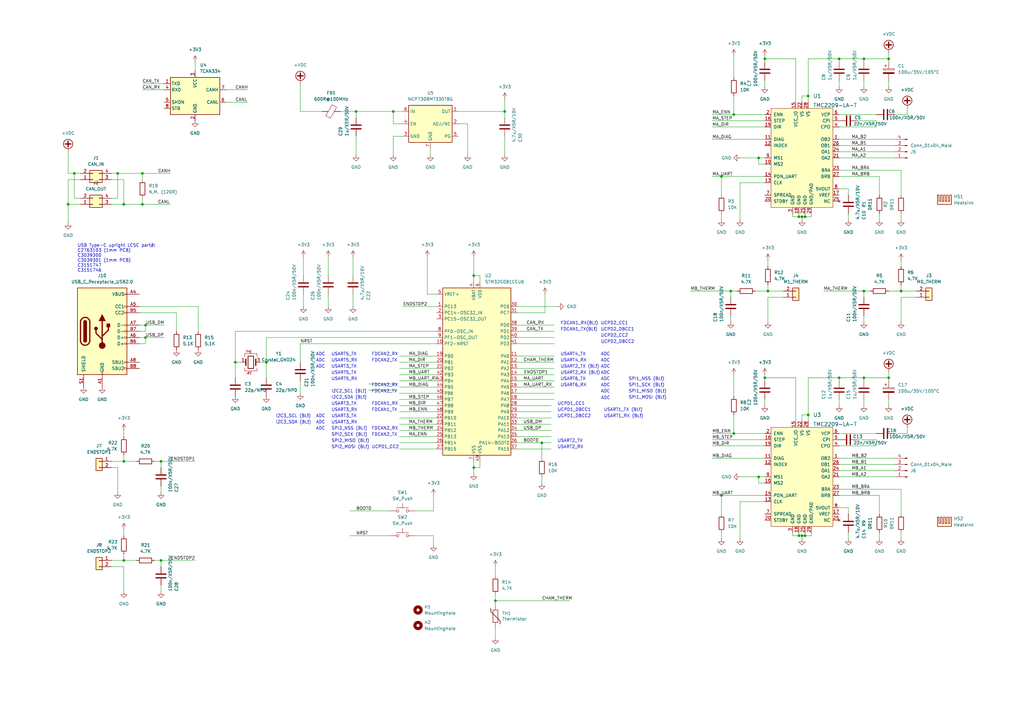
<source format=kicad_sch>
(kicad_sch (version 20211123) (generator eeschema)
  (paper "A3")
  (junction (at 311.15 195.58))
  (junction (at 66.04 189.23))
  (junction (at 364.49 24.13))
  (junction (at 311.15 64.77))
  (junction (at 314.96 119.38))
  (junction (at 58.42 83.82))
  (junction (at 50.8 83.82))
  (junction (at 109.22 148.59))
  (junction (at 50.8 189.23))
  (junction (at 59.69 138.43))
  (junction (at 59.69 133.35))
  (junction (at 203.2 246.38))
  (junction (at 48.26 71.12))
  (junction (at 369.57 119.38))
  (junction (at 194.31 113.03))
  (junction (at 295.91 203.2))
  (junction (at 331.47 170.18))
  (junction (at 66.04 229.87))
  (junction (at 313.69 24.13))
  (junction (at 30.48 71.12))
  (junction (at 328.93 88.9))
  (junction (at 330.2 219.71))
  (junction (at 222.25 181.61))
  (junction (at 161.29 45.72))
  (junction (at 354.33 24.13))
  (junction (at 327.66 88.9))
  (junction (at 364.49 154.94))
  (junction (at 27.94 83.82))
  (junction (at 354.33 154.94))
  (junction (at 354.33 119.38))
  (junction (at 194.31 191.77))
  (junction (at 328.93 219.71))
  (junction (at 50.8 229.87))
  (junction (at 313.69 154.94))
  (junction (at 330.2 88.9))
  (junction (at 300.99 46.99))
  (junction (at 58.42 71.12))
  (junction (at 344.17 24.13))
  (junction (at 344.17 154.94))
  (junction (at 295.91 72.39))
  (junction (at 300.99 177.8))
  (junction (at 207.01 45.72))
  (junction (at 146.05 45.72))
  (junction (at 96.52 148.59))
  (junction (at 327.66 219.71))
  (junction (at 299.72 119.38))
  (junction (at 331.47 39.37))
  (wire (pts (xy 66.04 240.03) (xy 66.04 242.57)))
  (wire (pts (xy 212.09 146.05) (xy 227.33 146.05)))
  (wire (pts (xy 330.2 219.71) (xy 332.74 219.71)))
  (wire (pts (xy 313.69 154.94) (xy 313.69 156.21)))
  (wire (pts (xy 222.25 181.61) (xy 226.06 181.61)))
  (wire (pts (xy 331.47 41.91) (xy 331.47 39.37)))
  (wire (pts (xy 170.18 209.55) (xy 177.8 209.55)))
  (wire (pts (xy 212.09 138.43) (xy 227.33 138.43)))
  (wire (pts (xy 58.42 71.12) (xy 58.42 73.66)))
  (wire (pts (xy 212.09 166.37) (xy 226.06 166.37)))
  (wire (pts (xy 165.1 50.8) (xy 161.29 50.8)))
  (wire (pts (xy 212.09 161.29) (xy 227.33 161.29)))
  (wire (pts (xy 57.15 138.43) (xy 59.69 138.43)))
  (wire (pts (xy 311.15 64.77) (xy 313.69 64.77)))
  (wire (pts (xy 161.29 55.88) (xy 161.29 63.5)))
  (wire (pts (xy 354.33 24.13) (xy 354.33 25.4)))
  (wire (pts (xy 326.39 24.13) (xy 326.39 41.91)))
  (wire (pts (xy 96.52 148.59) (xy 99.06 148.59)))
  (wire (pts (xy 295.91 218.44) (xy 295.91 220.98)))
  (wire (pts (xy 58.42 36.83) (xy 67.31 36.83)))
  (wire (pts (xy 151.13 157.48) (xy 162.56 157.48)))
  (wire (pts (xy 332.74 219.71) (xy 332.74 218.44)))
  (wire (pts (xy 207.01 45.72) (xy 207.01 48.26)))
  (wire (pts (xy 222.25 195.58) (xy 222.25 198.12)))
  (wire (pts (xy 45.72 73.66) (xy 50.8 73.66)))
  (wire (pts (xy 344.17 69.85) (xy 369.57 69.85)))
  (wire (pts (xy 48.26 71.12) (xy 58.42 71.12)))
  (wire (pts (xy 196.85 115.57) (xy 196.85 113.03)))
  (wire (pts (xy 45.72 71.12) (xy 48.26 71.12)))
  (wire (pts (xy 300.99 22.86) (xy 300.99 31.75)))
  (wire (pts (xy 212.09 156.21) (xy 227.33 156.21)))
  (wire (pts (xy 328.93 88.9) (xy 330.2 88.9)))
  (wire (pts (xy 179.07 120.65) (xy 175.26 120.65)))
  (wire (pts (xy 364.49 154.94) (xy 364.49 156.21)))
  (wire (pts (xy 344.17 33.02) (xy 344.17 35.56)))
  (wire (pts (xy 295.91 210.82) (xy 295.91 203.2)))
  (wire (pts (xy 50.8 232.41) (xy 50.8 242.57)))
  (wire (pts (xy 175.26 105.41) (xy 175.26 120.65)))
  (wire (pts (xy 292.1 180.34) (xy 313.69 180.34)))
  (wire (pts (xy 212.09 148.59) (xy 227.33 148.59)))
  (wire (pts (xy 313.69 198.12) (xy 311.15 198.12)))
  (wire (pts (xy 132.08 45.72) (xy 123.19 45.72)))
  (wire (pts (xy 179.07 138.43) (xy 109.22 138.43)))
  (wire (pts (xy 369.57 87.63) (xy 369.57 90.17)))
  (wire (pts (xy 50.8 229.87) (xy 45.72 229.87)))
  (wire (pts (xy 311.15 195.58) (xy 313.69 195.58)))
  (wire (pts (xy 359.41 52.07) (xy 359.41 49.53)))
  (wire (pts (xy 354.33 24.13) (xy 344.17 24.13)))
  (wire (pts (xy 360.68 203.2) (xy 360.68 210.82)))
  (wire (pts (xy 314.96 121.92) (xy 314.96 132.08)))
  (wire (pts (xy 344.17 59.69) (xy 367.03 59.69)))
  (wire (pts (xy 367.03 46.99) (xy 372.11 46.99)))
  (wire (pts (xy 292.1 187.96) (xy 313.69 187.96)))
  (wire (pts (xy 344.17 24.13) (xy 344.17 25.4)))
  (wire (pts (xy 326.39 24.13) (xy 313.69 24.13)))
  (wire (pts (xy 50.8 189.23) (xy 50.8 186.69)))
  (wire (pts (xy 196.85 189.23) (xy 196.85 191.77)))
  (wire (pts (xy 144.78 105.41) (xy 144.78 113.03)))
  (wire (pts (xy 194.31 189.23) (xy 194.31 191.77)))
  (wire (pts (xy 187.96 45.72) (xy 207.01 45.72)))
  (wire (pts (xy 81.28 135.89) (xy 81.28 125.73)))
  (wire (pts (xy 66.04 199.39) (xy 66.04 201.93)))
  (wire (pts (xy 321.31 119.38) (xy 314.96 119.38)))
  (wire (pts (xy 354.33 24.13) (xy 364.49 24.13)))
  (wire (pts (xy 92.71 41.91) (xy 101.6 41.91)))
  (wire (pts (xy 369.57 69.85) (xy 369.57 80.01)))
  (wire (pts (xy 212.09 163.83) (xy 227.33 163.83)))
  (wire (pts (xy 331.47 154.94) (xy 331.47 170.18)))
  (wire (pts (xy 207.01 40.64) (xy 207.01 45.72)))
  (wire (pts (xy 344.17 208.28) (xy 347.98 208.28)))
  (wire (pts (xy 45.72 191.77) (xy 48.26 191.77)))
  (wire (pts (xy 106.68 148.59) (xy 109.22 148.59)))
  (wire (pts (xy 292.1 57.15) (xy 313.69 57.15)))
  (wire (pts (xy 33.02 83.82) (xy 27.94 83.82)))
  (wire (pts (xy 212.09 184.15) (xy 226.06 184.15)))
  (wire (pts (xy 299.72 129.54) (xy 299.72 132.08)))
  (wire (pts (xy 212.09 168.91) (xy 226.06 168.91)))
  (wire (pts (xy 328.93 219.71) (xy 330.2 219.71)))
  (wire (pts (xy 344.17 193.04) (xy 367.03 193.04)))
  (wire (pts (xy 292.1 52.07) (xy 313.69 52.07)))
  (wire (pts (xy 328.93 88.9) (xy 328.93 90.17)))
  (wire (pts (xy 109.22 138.43) (xy 109.22 148.59)))
  (wire (pts (xy 344.17 195.58) (xy 367.03 195.58)))
  (wire (pts (xy 163.83 146.05) (xy 179.07 146.05)))
  (wire (pts (xy 59.69 135.89) (xy 59.69 133.35)))
  (wire (pts (xy 179.07 135.89) (xy 96.52 135.89)))
  (wire (pts (xy 303.53 195.58) (xy 311.15 195.58)))
  (wire (pts (xy 123.19 156.21) (xy 123.19 161.29)))
  (wire (pts (xy 354.33 154.94) (xy 354.33 156.21)))
  (wire (pts (xy 66.04 229.87) (xy 63.5 229.87)))
  (wire (pts (xy 163.83 161.29) (xy 179.07 161.29)))
  (wire (pts (xy 330.2 88.9) (xy 332.74 88.9)))
  (wire (pts (xy 311.15 67.31) (xy 311.15 64.77)))
  (wire (pts (xy 80.01 229.87) (xy 66.04 229.87)))
  (wire (pts (xy 344.17 77.47) (xy 347.98 77.47)))
  (wire (pts (xy 50.8 189.23) (xy 45.72 189.23)))
  (wire (pts (xy 165.1 55.88) (xy 161.29 55.88)))
  (wire (pts (xy 344.17 203.2) (xy 360.68 203.2)))
  (wire (pts (xy 165.1 125.73) (xy 179.07 125.73)))
  (wire (pts (xy 144.78 120.65) (xy 144.78 125.73)))
  (wire (pts (xy 33.02 71.12) (xy 30.48 71.12)))
  (wire (pts (xy 123.19 148.59) (xy 123.19 140.97)))
  (wire (pts (xy 96.52 135.89) (xy 96.52 148.59)))
  (wire (pts (xy 354.33 33.02) (xy 354.33 35.56)))
  (wire (pts (xy 314.96 119.38) (xy 314.96 116.84)))
  (wire (pts (xy 57.15 128.27) (xy 72.39 128.27)))
  (wire (pts (xy 212.09 176.53) (xy 226.06 176.53)))
  (wire (pts (xy 364.49 33.02) (xy 364.49 35.56)))
  (wire (pts (xy 292.1 203.2) (xy 295.91 203.2)))
  (wire (pts (xy 191.77 50.8) (xy 191.77 63.5)))
  (wire (pts (xy 50.8 176.53) (xy 50.8 179.07)))
  (wire (pts (xy 347.98 87.63) (xy 347.98 90.17)))
  (wire (pts (xy 326.39 154.94) (xy 326.39 172.72)))
  (wire (pts (xy 295.91 87.63) (xy 295.91 90.17)))
  (wire (pts (xy 203.2 246.38) (xy 203.2 247.65)))
  (wire (pts (xy 300.99 170.18) (xy 300.99 177.8)))
  (wire (pts (xy 351.79 180.34) (xy 359.41 180.34)))
  (wire (pts (xy 163.83 168.91) (xy 179.07 168.91)))
  (wire (pts (xy 347.98 77.47) (xy 347.98 80.01)))
  (wire (pts (xy 72.39 128.27) (xy 72.39 135.89)))
  (wire (pts (xy 327.66 87.63) (xy 327.66 88.9)))
  (wire (pts (xy 80.01 189.23) (xy 66.04 189.23)))
  (wire (pts (xy 212.09 171.45) (xy 226.06 171.45)))
  (wire (pts (xy 344.17 200.66) (xy 369.57 200.66)))
  (wire (pts (xy 109.22 148.59) (xy 109.22 154.94)))
  (wire (pts (xy 330.2 218.44) (xy 330.2 219.71)))
  (wire (pts (xy 151.13 160.02) (xy 162.56 160.02)))
  (wire (pts (xy 364.49 24.13) (xy 364.49 25.4)))
  (wire (pts (xy 300.99 39.37) (xy 300.99 46.99)))
  (wire (pts (xy 212.09 140.97) (xy 227.33 140.97)))
  (wire (pts (xy 176.53 60.96) (xy 176.53 63.5)))
  (wire (pts (xy 80.01 25.4) (xy 80.01 29.21)))
  (wire (pts (xy 360.68 72.39) (xy 360.68 80.01)))
  (wire (pts (xy 170.18 219.71) (xy 177.8 219.71)))
  (wire (pts (xy 203.2 243.84) (xy 203.2 246.38)))
  (wire (pts (xy 344.17 154.94) (xy 344.17 156.21)))
  (wire (pts (xy 360.68 218.44) (xy 360.68 220.98)))
  (wire (pts (xy 313.69 22.86) (xy 313.69 24.13)))
  (wire (pts (xy 314.96 106.68) (xy 314.96 109.22)))
  (wire (pts (xy 303.53 205.74) (xy 303.53 220.98)))
  (wire (pts (xy 212.09 181.61) (xy 222.25 181.61)))
  (wire (pts (xy 163.83 173.99) (xy 179.07 173.99)))
  (wire (pts (xy 123.19 34.29) (xy 123.19 45.72)))
  (wire (pts (xy 344.17 24.13) (xy 331.47 24.13)))
  (wire (pts (xy 163.83 156.21) (xy 179.07 156.21)))
  (wire (pts (xy 50.8 83.82) (xy 58.42 83.82)))
  (wire (pts (xy 326.39 154.94) (xy 313.69 154.94)))
  (wire (pts (xy 57.15 140.97) (xy 59.69 140.97)))
  (wire (pts (xy 212.09 151.13) (xy 227.33 151.13)))
  (wire (pts (xy 50.8 229.87) (xy 50.8 227.33)))
  (wire (pts (xy 360.68 87.63) (xy 360.68 90.17)))
  (wire (pts (xy 344.17 187.96) (xy 367.03 187.96)))
  (wire (pts (xy 328.93 170.18) (xy 328.93 172.72)))
  (wire (pts (xy 292.1 46.99) (xy 300.99 46.99)))
  (wire (pts (xy 375.92 121.92) (xy 369.57 121.92)))
  (wire (pts (xy 45.72 81.28) (xy 48.26 81.28)))
  (wire (pts (xy 372.11 177.8) (xy 372.11 175.26)))
  (wire (pts (xy 303.53 205.74) (xy 313.69 205.74)))
  (wire (pts (xy 212.09 173.99) (xy 226.06 173.99)))
  (wire (pts (xy 359.41 46.99) (xy 344.17 46.99)))
  (wire (pts (xy 292.1 182.88) (xy 313.69 182.88)))
  (wire (pts (xy 203.2 257.81) (xy 203.2 261.62)))
  (wire (pts (xy 344.17 64.77) (xy 367.03 64.77)))
  (wire (pts (xy 66.04 189.23) (xy 63.5 189.23)))
  (wire (pts (xy 203.2 246.38) (xy 233.68 246.38)))
  (wire (pts (xy 134.62 120.65) (xy 134.62 125.73)))
  (wire (pts (xy 57.15 135.89) (xy 59.69 135.89)))
  (wire (pts (xy 328.93 219.71) (xy 328.93 220.98)))
  (wire (pts (xy 207.01 55.88) (xy 207.01 63.5)))
  (wire (pts (xy 55.88 229.87) (xy 50.8 229.87)))
  (wire (pts (xy 313.69 24.13) (xy 313.69 25.4)))
  (wire (pts (xy 59.69 133.35) (xy 67.31 133.35)))
  (wire (pts (xy 347.98 218.44) (xy 347.98 220.98)))
  (wire (pts (xy 344.17 57.15) (xy 367.03 57.15)))
  (wire (pts (xy 33.02 81.28) (xy 30.48 81.28)))
  (wire (pts (xy 27.94 62.23) (xy 27.94 71.12)))
  (wire (pts (xy 50.8 232.41) (xy 45.72 232.41)))
  (wire (pts (xy 187.96 50.8) (xy 191.77 50.8)))
  (wire (pts (xy 295.91 203.2) (xy 313.69 203.2)))
  (wire (pts (xy 295.91 80.01) (xy 295.91 72.39)))
  (wire (pts (xy 212.09 128.27) (xy 223.52 128.27)))
  (wire (pts (xy 331.47 172.72) (xy 331.47 170.18)))
  (wire (pts (xy 196.85 113.03) (xy 194.31 113.03)))
  (wire (pts (xy 372.11 46.99) (xy 372.11 44.45)))
  (wire (pts (xy 212.09 133.35) (xy 227.33 133.35)))
  (wire (pts (xy 223.52 120.65) (xy 223.52 128.27)))
  (wire (pts (xy 134.62 105.41) (xy 134.62 113.03)))
  (wire (pts (xy 163.83 148.59) (xy 179.07 148.59)))
  (wire (pts (xy 354.33 119.38) (xy 354.33 121.92)))
  (wire (pts (xy 354.33 154.94) (xy 344.17 154.94)))
  (wire (pts (xy 299.72 119.38) (xy 299.72 121.92)))
  (wire (pts (xy 327.66 219.71) (xy 328.93 219.71)))
  (wire (pts (xy 96.52 148.59) (xy 96.52 154.94)))
  (wire (pts (xy 321.31 121.92) (xy 314.96 121.92)))
  (wire (pts (xy 160.02 209.55) (xy 143.51 209.55)))
  (wire (pts (xy 364.49 163.83) (xy 364.49 166.37)))
  (wire (pts (xy 33.02 73.66) (xy 27.94 73.66)))
  (wire (pts (xy 292.1 49.53) (xy 313.69 49.53)))
  (wire (pts (xy 59.69 140.97) (xy 59.69 138.43)))
  (wire (pts (xy 139.7 45.72) (xy 146.05 45.72)))
  (wire (pts (xy 194.31 191.77) (xy 194.31 194.31)))
  (wire (pts (xy 212.09 125.73) (xy 228.6 125.73)))
  (wire (pts (xy 311.15 198.12) (xy 311.15 195.58)))
  (wire (pts (xy 356.87 119.38) (xy 354.33 119.38)))
  (wire (pts (xy 163.83 153.67) (xy 179.07 153.67)))
  (wire (pts (xy 194.31 113.03) (xy 194.31 115.57)))
  (wire (pts (xy 45.72 83.82) (xy 50.8 83.82)))
  (wire (pts (xy 163.83 184.15) (xy 179.07 184.15)))
  (wire (pts (xy 344.17 154.94) (xy 331.47 154.94)))
  (wire (pts (xy 123.19 140.97) (xy 179.07 140.97)))
  (wire (pts (xy 364.49 152.4) (xy 364.49 154.94)))
  (wire (pts (xy 58.42 83.82) (xy 69.85 83.82)))
  (wire (pts (xy 283.21 119.38) (xy 299.72 119.38)))
  (wire (pts (xy 359.41 182.88) (xy 359.41 180.34)))
  (wire (pts (xy 163.83 151.13) (xy 179.07 151.13)))
  (wire (pts (xy 143.51 219.71) (xy 160.02 219.71)))
  (wire (pts (xy 66.04 189.23) (xy 66.04 191.77)))
  (wire (pts (xy 327.66 218.44) (xy 327.66 219.71)))
  (wire (pts (xy 375.92 119.38) (xy 369.57 119.38)))
  (wire (pts (xy 48.26 81.28) (xy 48.26 71.12)))
  (wire (pts (xy 367.03 177.8) (xy 372.11 177.8)))
  (wire (pts (xy 313.69 33.02) (xy 313.69 35.56)))
  (wire (pts (xy 30.48 81.28) (xy 30.48 71.12)))
  (wire (pts (xy 351.79 49.53) (xy 359.41 49.53)))
  (wire (pts (xy 292.1 72.39) (xy 295.91 72.39)))
  (wire (pts (xy 369.57 121.92) (xy 369.57 132.08)))
  (wire (pts (xy 27.94 73.66) (xy 27.94 83.82)))
  (wire (pts (xy 354.33 163.83) (xy 354.33 166.37)))
  (wire (pts (xy 331.47 170.18) (xy 328.93 170.18)))
  (wire (pts (xy 177.8 219.71) (xy 177.8 223.52)))
  (wire (pts (xy 303.53 74.93) (xy 303.53 90.17)))
  (wire (pts (xy 344.17 182.88) (xy 359.41 182.88)))
  (wire (pts (xy 58.42 81.28) (xy 58.42 83.82)))
  (wire (pts (xy 146.05 55.88) (xy 146.05 63.5)))
  (wire (pts (xy 146.05 45.72) (xy 161.29 45.72)))
  (wire (pts (xy 325.12 88.9) (xy 327.66 88.9)))
  (wire (pts (xy 57.15 125.73) (xy 81.28 125.73)))
  (wire (pts (xy 359.41 177.8) (xy 344.17 177.8)))
  (wire (pts (xy 292.1 177.8) (xy 300.99 177.8)))
  (wire (pts (xy 328.93 39.37) (xy 328.93 41.91)))
  (wire (pts (xy 58.42 34.29) (xy 67.31 34.29)))
  (wire (pts (xy 295.91 72.39) (xy 313.69 72.39)))
  (wire (pts (xy 177.8 203.2) (xy 177.8 209.55)))
  (wire (pts (xy 347.98 208.28) (xy 347.98 210.82)))
  (wire (pts (xy 124.46 105.41) (xy 124.46 113.03)))
  (wire (pts (xy 331.47 39.37) (xy 328.93 39.37)))
  (wire (pts (xy 30.48 71.12) (xy 27.94 71.12)))
  (wire (pts (xy 92.71 36.83) (xy 101.6 36.83)))
  (wire (pts (xy 163.83 179.07) (xy 179.07 179.07)))
  (wire (pts (xy 300.99 153.67) (xy 300.99 162.56)))
  (wire (pts (xy 332.74 88.9) (xy 332.74 87.63)))
  (wire (pts (xy 364.49 119.38) (xy 369.57 119.38)))
  (wire (pts (xy 325.12 87.63) (xy 325.12 88.9)))
  (wire (pts (xy 369.57 119.38) (xy 369.57 116.84)))
  (wire (pts (xy 354.33 154.94) (xy 364.49 154.94)))
  (wire (pts (xy 313.69 177.8) (xy 300.99 177.8)))
  (wire (pts (xy 344.17 163.83) (xy 344.17 166.37)))
  (wire (pts (xy 303.53 74.93) (xy 313.69 74.93)))
  (wire (pts (xy 124.46 120.65) (xy 124.46 125.73)))
  (wire (pts (xy 325.12 218.44) (xy 325.12 219.71)))
  (wire (pts (xy 369.57 106.68) (xy 369.57 109.22)))
  (wire (pts (xy 66.04 229.87) (xy 66.04 232.41)))
  (wire (pts (xy 331.47 24.13) (xy 331.47 39.37)))
  (wire (pts (xy 369.57 218.44) (xy 369.57 220.98)))
  (wire (pts (xy 302.26 119.38) (xy 299.72 119.38)))
  (wire (pts (xy 303.53 64.77) (xy 311.15 64.77)))
  (wire (pts (xy 344.17 190.5) (xy 367.03 190.5)))
  (wire (pts (xy 196.85 191.77) (xy 194.31 191.77)))
  (wire (pts (xy 161.29 45.72) (xy 165.1 45.72)))
  (wire (pts (xy 58.42 71.12) (xy 69.85 71.12)))
  (wire (pts (xy 344.17 52.07) (xy 359.41 52.07)))
  (wire (pts (xy 344.17 72.39) (xy 360.68 72.39)))
  (wire (pts (xy 163.83 166.37) (xy 179.07 166.37)))
  (wire (pts (xy 337.82 119.38) (xy 354.33 119.38)))
  (wire (pts (xy 212.09 153.67) (xy 227.33 153.67)))
  (wire (pts (xy 364.49 21.59) (xy 364.49 24.13)))
  (wire (pts (xy 313.69 163.83) (xy 313.69 166.37)))
  (wire (pts (xy 309.88 119.38) (xy 314.96 119.38)))
  (wire (pts (xy 59.69 138.43) (xy 67.31 138.43)))
  (wire (pts (xy 344.17 62.23) (xy 367.03 62.23)))
  (wire (pts (xy 212.09 179.07) (xy 226.06 179.07)))
  (wire (pts (xy 325.12 219.71) (xy 327.66 219.71)))
  (wire (pts (xy 330.2 87.63) (xy 330.2 88.9)))
  (wire (pts (xy 163.83 158.75) (xy 179.07 158.75)))
  (wire (pts (xy 369.57 200.66) (xy 369.57 210.82)))
  (wire (pts (xy 50.8 217.17) (xy 50.8 219.71)))
  (wire (pts (xy 146.05 48.26) (xy 146.05 45.72)))
  (wire (pts (xy 313.69 153.67) (xy 313.69 154.94)))
  (wire (pts (xy 222.25 181.61) (xy 222.25 187.96)))
  (wire (pts (xy 212.09 135.89) (xy 227.33 135.89)))
  (wire (pts (xy 161.29 50.8) (xy 161.29 45.72)))
  (wire (pts (xy 313.69 67.31) (xy 311.15 67.31)))
  (wire (pts (xy 48.26 191.77) (xy 48.26 201.93)))
  (wire (pts (xy 50.8 83.82) (xy 50.8 73.66)))
  (wire (pts (xy 212.09 158.75) (xy 227.33 158.75)))
  (wire (pts (xy 163.83 163.83) (xy 179.07 163.83)))
  (wire (pts (xy 163.83 171.45) (xy 179.07 171.45)))
  (wire (pts (xy 163.83 176.53) (xy 179.07 176.53)))
  (wire (pts (xy 27.94 83.82) (xy 27.94 91.44)))
  (wire (pts (xy 163.83 181.61) (xy 179.07 181.61)))
  (wire (pts (xy 313.69 46.99) (xy 300.99 46.99)))
  (wire (pts (xy 354.33 129.54) (xy 354.33 132.08)))
  (wire (pts (xy 57.15 133.35) (xy 59.69 133.35)))
  (wire (pts (xy 203.2 232.41) (xy 203.2 236.22)))
  (wire (pts (xy 327.66 88.9) (xy 328.93 88.9)))
  (wire (pts (xy 55.88 189.23) (xy 50.8 189.23)))
  (wire (pts (xy 194.31 105.41) (xy 194.31 113.03)))
  (text "SPI2_MOSI (BL!)" (at 135.89 184.15 0) (effects (font (size 1.27 1.27)) (justify left bottom)))
  (text "USART5_RX" (at 135.89 148.59 0) (effects (font (size 1.27 1.27)) (justify left bottom)))
  (text "ADC" (at 129.54 146.05 0) (effects (font (size 1.27 1.27)) (justify left bottom)))
  (text "USART4_RX" (at 229.87 148.59 0) (effects (font (size 1.27 1.27)) (justify left bottom)))
  (text "UCPD2_DBCC1" (at 246.38 135.89 0) (effects (font (size 1.27 1.27)) (justify left bottom)))
  (text "ADC" (at 246.38 146.05 0) (effects (font (size 1.27 1.27)) (justify left bottom)))
  (text "FDCAN2_RX" (at 152.4 146.05 0) (effects (font (size 1.27 1.27)) (justify left bottom)))
  (text "UCPD1_CC2" (at 152.4 184.15 0) (effects (font (size 1.27 1.27)) (justify left bottom)))
  (text "USART3_TX" (at 135.89 151.13 0) (effects (font (size 1.27 1.27)) (justify left bottom)))
  (text "FDCAN2_RX" (at 152.4 176.53 0) (effects (font (size 1.27 1.27)) (justify left bottom)))
  (text "ADC" (at 129.54 173.99 0) (effects (font (size 1.27 1.27)) (justify left bottom)))
  (text "USART4_TX" (at 229.87 146.05 0) (effects (font (size 1.27 1.27)) (justify left bottom)))
  (text "ADC" (at 246.38 156.21 0) (effects (font (size 1.27 1.27)) (justify left bottom)))
  (text "ADC" (at 246.38 151.13 0) (effects (font (size 1.27 1.27)) (justify left bottom)))
  (text "FDCAN2_TX" (at 152.4 179.07 0) (effects (font (size 1.27 1.27)) (justify left bottom)))
  (text "FDCAN1_RX" (at 152.4 166.37 0) (effects (font (size 1.27 1.27)) (justify left bottom)))
  (text "UCPD1_CC1" (at 228.6 166.37 0) (effects (font (size 1.27 1.27)) (justify left bottom)))
  (text "SPI1_SCK (BL!)" (at 257.81 158.75 0) (effects (font (size 1.27 1.27)) (justify left bottom)))
  (text "SPI2_MISO (BL!)" (at 135.89 181.61 0) (effects (font (size 1.27 1.27)) (justify left bottom)))
  (text "USART1_TX (BL!)" (at 247.65 168.91 0) (effects (font (size 1.27 1.27)) (justify left bottom)))
  (text "USART2_TX" (at 228.6 181.61 0) (effects (font (size 1.27 1.27)) (justify left bottom)))
  (text "I2C3_SDA (BL!)" (at 113.03 173.99 0) (effects (font (size 1.27 1.27)) (justify left bottom)))
  (text "USART3_TX" (at 135.89 171.45 0) (effects (font (size 1.27 1.27)) (justify left bottom)))
  (text "USART2_TX (BL!)" (at 229.87 151.13 0) (effects (font (size 1.27 1.27)) (justify left bottom)))
  (text "FDCAN2_RX" (at 152.4 158.75 0) (effects (font (size 1.27 1.27)) (justify left bottom)))
  (text "USART5_TX" (at 135.89 153.67 0) (effects (font (size 1.27 1.27)) (justify left bottom)))
  (text "ADC" (at 246.4449 164.0435 0) (effects (font (size 1.27 1.27)) (justify left bottom)))
  (text "I2C3_SCL (BL!)" (at 113.03 171.45 0) (effects (font (size 1.27 1.27)) (justify left bottom)))
  (text "SPI1_MOSI (BL!)" (at 257.81 163.83 0) (effects (font (size 1.27 1.27)) (justify left bottom)))
  (text "ADC" (at 129.54 171.45 0) (effects (font (size 1.27 1.27)) (justify left bottom)))
  (text "SPI2_SCK (BL!)" (at 135.89 179.07 0) (effects (font (size 1.27 1.27)) (justify left bottom)))
  (text "FDCAN2_TX" (at 152.4 148.59 0) (effects (font (size 1.27 1.27)) (justify left bottom)))
  (text "FDCAN1_TX(BL!)" (at 229.87 135.89 0) (effects (font (size 1.27 1.27)) (justify left bottom)))
  (text "ADC" (at 129.54 151.13 0) (effects (font (size 1.27 1.27)) (justify left bottom)))
  (text "USART5_TX" (at 135.89 146.05 0) (effects (font (size 1.27 1.27)) (justify left bottom)))
  (text "USART5_RX" (at 135.89 156.21 0) (effects (font (size 1.27 1.27)) (justify left bottom)))
  (text "ADC" (at 246.38 161.29 0) (effects (font (size 1.27 1.27)) (justify left bottom)))
  (text "USART2_RX" (at 228.6 184.15 0) (effects (font (size 1.27 1.27)) (justify left bottom)))
  (text "USART3_RX" (at 135.89 168.91 0) (effects (font (size 1.27 1.27)) (justify left bottom)))
  (text "I2C2_SCL (BL!)" (at 135.89 161.29 0) (effects (font (size 1.27 1.27)) (justify left bottom)))
  (text "USART3_TX" (at 135.89 166.37 0) (effects (font (size 1.27 1.27)) (justify left bottom)))
  (text "FDCAN1_RX(BL!)" (at 229.87 133.35 0) (effects (font (size 1.27 1.27)) (justify left bottom)))
  (text "FDCAN1_TX" (at 152.4 168.91 0) (effects (font (size 1.27 1.27)) (justify left bottom)))
  (text "USART2_RX (BL!)" (at 229.87 153.67 0) (effects (font (size 1.27 1.27)) (justify left bottom)))
  (text "USART3_RX" (at 135.89 173.99 0) (effects (font (size 1.27 1.27)) (justify left bottom)))
  (text "USART1_RX (BL!)" (at 247.65 171.45 0) (effects (font (size 1.27 1.27)) (justify left bottom)))
  (text "SPI2_NSS (BL!)" (at 135.89 176.53 0) (effects (font (size 1.27 1.27)) (justify left bottom)))
  (text "USB Type-C upright LCSC part#:\nC2763103 (1mm PCB)\nC3039300\nC3039301 (1mm PCB)\nC3151747\nC3151746" (at 31.75 111.76 0) (effects (font (size 1.27 1.27)) (justify left bottom)))
  (text "ADC" (at 246.38 148.59 0) (effects (font (size 1.27 1.27)) (justify left bottom)))
  (text "USART6_RX" (at 229.87 158.75 0) (effects (font (size 1.27 1.27)) (justify left bottom)))
  (text "UCPD1_DBCC1" (at 228.6 168.91 0) (effects (font (size 1.27 1.27)) (justify left bottom)))
  (text "I2C2_SDA (BL!)" (at 135.89 163.83 0) (effects (font (size 1.27 1.27)) (justify left bottom)))
  (text "ADC" (at 129.54 148.59 0) (effects (font (size 1.27 1.27)) (justify left bottom)))
  (text "SPI1_NSS (BL!)" (at 257.81 156.21 0) (effects (font (size 1.27 1.27)) (justify left bottom)))
  (text "ADC" (at 246.38 158.75 0) (effects (font (size 1.27 1.27)) (justify left bottom)))
  (text "FDCAN2_TX" (at 152.4 161.29 0) (effects (font (size 1.27 1.27)) (justify left bottom)))
  (text "UCPD2_CC2" (at 246.38 138.43 0) (effects (font (size 1.27 1.27)) (justify left bottom)))
  (text "SPI1_MISO (BL!)" (at 257.81 161.29 0) (effects (font (size 1.27 1.27)) (justify left bottom)))
  (text "ADC" (at 129.54 176.53 0) (effects (font (size 1.27 1.27)) (justify left bottom)))
  (text "UCPD2_CC1" (at 246.38 133.35 0) (effects (font (size 1.27 1.27)) (justify left bottom)))
  (text "UCPD1_DBCC2" (at 228.6 171.45 0) (effects (font (size 1.27 1.27)) (justify left bottom)))
  (text "UCPD2_DBCC2" (at 246.38 140.97 0) (effects (font (size 1.27 1.27)) (justify left bottom)))
  (text "ADC" (at 246.38 153.67 0) (effects (font (size 1.27 1.27)) (justify left bottom)))
  (text "USART6_TX" (at 229.87 156.21 0) (effects (font (size 1.27 1.27)) (justify left bottom)))
  (label "MB_DIR" (at 292.1 182.88 0))
  (label "USB_DM" (at 59.69 133.35 0))
  (label "MA_DIAG" (at 292.1 57.15 0))
  (label "ENDSTOP1" (at 224.79 153.67 180))
  (label "CANL" (at 96.52 41.91 0))
  (label "MB_THERM" (at 167.64 176.53 0))
  (label "MA_STEP" (at 292.1 49.53 0))
  (label "MA_BRB" (at 349.25 72.39 0))
  (label "USB_DP" (at 214.63 176.53 0))
  (label "BOOT0" (at 146.05 209.55 0))
  (label "CANH" (at 96.52 36.83 0))
  (label "BOOT0" (at 214.63 181.61 0))
  (label "MA_DIR" (at 167.64 148.59 0))
  (label "MA_DIAG" (at 167.64 146.05 0))
  (label "MB_UART_RX" (at 167.64 156.21 0))
  (label "MA_UART" (at 214.63 156.21 0))
  (label "MB_BRB" (at 349.25 203.2 0))
  (label "MB_ENN" (at 292.1 177.8 0))
  (label "MA_THERM" (at 167.64 173.99 0))
  (label "MB_DIAG" (at 292.1 187.96 0))
  (label "MA_ENN" (at 167.64 179.07 0))
  (label "MB_THERM" (at 283.21 119.38 0))
  (label "MB_B2" (at 349.25 187.96 0))
  (label "ENDSTOP1" (at 80.01 189.23 180))
  (label "MB_STEP" (at 167.64 163.83 0))
  (label "MB_B1" (at 349.25 190.5 0))
  (label "CAN_TX" (at 215.9 135.89 0))
  (label "MA_BRA" (at 349.25 69.85 0))
  (label "CANL" (at 64.77 83.82 0))
  (label "MA_THERM" (at 337.82 119.38 0))
  (label "MA_UART" (at 292.1 72.39 0))
  (label "NRST" (at 146.05 219.71 0))
  (label "MB_STEP" (at 292.1 180.34 0))
  (label "MB_DIR" (at 167.64 166.37 0))
  (label "CAN_TX" (at 58.42 34.29 0))
  (label "MA_ENN" (at 292.1 46.99 0))
  (label "MA_A2" (at 349.25 64.77 0))
  (label "MA_STEP" (at 167.64 151.13 0))
  (label "MB_BRA" (at 349.25 200.66 0))
  (label "CAN_RX" (at 58.42 36.83 0))
  (label "USB_DP" (at 59.69 138.43 0))
  (label "MB_A2" (at 349.25 195.58 0))
  (label "MA_A1" (at 349.25 62.23 0))
  (label "MB_UART" (at 167.64 153.67 0))
  (label "USB_DM" (at 214.63 173.99 0))
  (label "MB_DIAG" (at 167.64 158.75 0))
  (label "CHAM_THERM" (at 214.63 148.59 0))
  (label "MA_B1" (at 349.25 59.69 0))
  (label "CHAM_THERM" (at 222.25 246.38 0))
  (label "ENDSTOP2" (at 80.01 229.87 180))
  (label "CANH" (at 64.77 71.12 0))
  (label "MA_UART_RX" (at 214.63 158.75 0))
  (label "NRST" (at 123.19 140.97 0))
  (label "MB_ENN" (at 167.64 168.91 0))
  (label "ENDSTOP2" (at 175.26 125.73 180))
  (label "MA_B2" (at 349.25 57.15 0))
  (label "MB_A1" (at 349.25 193.04 0))
  (label "MB_UART" (at 292.1 203.2 0))
  (label "CAN_RX" (at 215.9 133.35 0))
  (label "MA_DIR" (at 292.1 52.07 0))
  (symbol (lib_id "Connector_Generic:Conn_01x02") (at 326.39 121.92 0) (mirror x) (unit 1)
    (property "Reference" "J4" (at 326.39 113.03 0))
    (property "Value" "M1_THERM" (at 326.39 115.57 0))
    (property "Footprint" "Connector_JST:JST_PH_B2B-PH-K_1x02_P2.00mm_Vertical" (effects hide))
    (property "LCSC" "C131337" (effects hide))
  )
  (symbol (lib_id "Device:C") (at 124.46 116.84 180) (unit 1)
    (property "Reference" "C24" (at 118.11 123.19 90) (effects (justify right)))
    (property "Value" "100n/X5R/50V" (at 120.65 123.19 90) (effects (justify right)))
    (property "Footprint" "Capacitor_SMD:C_0603_1608Metric" (effects hide))
    (property "LCSC" "C57112" (effects hide))
  )
  (symbol (lib_id "Device:C") (at 313.69 29.21 180) (unit 1)
    (property "Reference" "C7" (at 307.34 35.56 90) (effects (justify right)))
    (property "Value" "100n/X5R/50V" (at 309.88 35.56 90) (effects (justify right)))
    (property "Footprint" "Capacitor_SMD:C_0603_1608Metric" (effects hide))
    (property "LCSC" "C57112" (effects hide))
  )
  (symbol (lib_id "power:+3V3") (at 124.46 105.41 0) (unit 1)
    (property "Reference" "#PWR0163" (effects hide))
    (property "Value" "+3V3" (at 124.46 100.33 0))
  )
  (symbol (lib_id "power:GND") (at 303.53 220.98 0) (unit 1)
    (property "Reference" "#PWR0135" (effects hide))
    (property "Value" "GND" (at 303.53 226.06 0))
  )
  (symbol (lib_id "Device:R") (at 59.69 229.87 270) (mirror x) (unit 1)
    (property "Reference" "R21" (at 59.69 223.5702 90))
    (property "Value" "4.7K" (at 59.69 226.1102 90))
    (property "Footprint" "Resistor_SMD:R_0603_1608Metric" (effects hide))
    (property "LCSC" "C23162" (effects hide))
  )
  (symbol (lib_id "Device:R") (at 81.28 139.7 0) (mirror y) (unit 1)
    (property "Reference" "R15" (at 83.82 138.4299 0) (effects (justify right)))
    (property "Value" "5.1K" (at 83.82 140.9699 0) (effects (justify right)))
    (property "Footprint" "Resistor_SMD:R_0603_1608Metric" (effects hide))
    (property "LCSC" "C23186" (effects hide))
  )
  (symbol (lib_id "power:GND") (at 369.57 220.98 0) (unit 1)
    (property "Reference" "#PWR0127" (effects hide))
    (property "Value" "GND" (at 369.57 226.06 0))
  )
  (symbol (lib_id "power:+3V3") (at 50.8 217.17 0) (mirror y) (unit 1)
    (property "Reference" "#PWR0166" (effects hide))
    (property "Value" "+3V3" (at 50.8 212.09 0))
  )
  (symbol (lib_id "Device:C") (at 347.98 180.34 270) (unit 1)
    (property "Reference" "C13" (at 351.79 179.07 90))
    (property "Value" "22n/X5R/50V" (at 356.87 181.61 90))
    (property "Footprint" "Capacitor_SMD:C_0603_1608Metric" (effects hide))
    (property "LCSC" "C21122" (effects hide))
  )
  (symbol (lib_id "Device:R") (at 306.07 119.38 90) (unit 1)
    (property "Reference" "R11" (at 306.07 113.0802 90))
    (property "Value" "4.7K" (at 306.07 115.6202 90))
    (property "Footprint" "Resistor_SMD:R_0603_1608Metric" (effects hide))
    (property "LCSC" "C23162" (effects hide))
  )
  (symbol (lib_id "power:GND") (at 123.19 161.29 0) (unit 1)
    (property "Reference" "#PWR0152" (effects hide))
    (property "Value" "GND" (at 123.19 166.37 0))
  )
  (symbol (lib_id "Connector_Generic:Conn_01x02") (at 381 121.92 0) (mirror x) (unit 1)
    (property "Reference" "J3" (at 381 113.03 0))
    (property "Value" "M0_THERM" (at 381 115.57 0))
    (property "Footprint" "Connector_JST:JST_PH_B2B-PH-K_1x02_P2.00mm_Vertical" (effects hide))
    (property "LCSC" "C131337" (effects hide))
  )
  (symbol (lib_id "Device:R") (at 300.99 166.37 0) (unit 1)
    (property "Reference" "R8" (at 303.53 165.0999 0) (effects (justify left)))
    (property "Value" "10K" (at 303.53 167.6399 0) (effects (justify left)))
    (property "Footprint" "Resistor_SMD:R_0603_1608Metric" (effects hide))
    (property "LCSC" "C25804" (effects hide))
  )
  (symbol (lib_id "Interface_CAN_LIN:TCAN334") (at 80.01 39.37 0) (unit 1)
    (property "Reference" "U4" (at 82.0294 26.67 0) (effects (justify left)))
    (property "Value" "TCAN334" (at 82.0294 29.21 0) (effects (justify left)))
    (property "Footprint" "Package_TO_SOT_SMD:SOT-23-8" (effects hide))
    (property "Datasheet" "http://www.ti.com/lit/ds/symlink/tcan337.pdf" (effects hide))
    (property "LCSC" "C165159" (effects hide))
  )
  (symbol (lib_id "Device:C") (at 146.05 52.07 180) (unit 1)
    (property "Reference" "C29" (at 139.7 55.88 90) (effects (justify right)))
    (property "Value" "1u/X5R/50V" (at 142.24 55.88 90) (effects (justify right)))
    (property "Footprint" "Capacitor_SMD:C_0805_2012Metric" (effects hide))
    (property "LCSC" "C28323" (effects hide))
  )
  (symbol (lib_id "Device:R") (at 222.25 191.77 0) (unit 1)
    (property "Reference" "R16" (at 224.79 190.4999 0) (effects (justify left)))
    (property "Value" "10K" (at 224.79 193.0399 0) (effects (justify left)))
    (property "Footprint" "Resistor_SMD:R_0603_1608Metric" (effects hide))
    (property "LCSC" "C25804" (effects hide))
  )
  (symbol (lib_id "Device:R") (at 314.96 113.03 0) (unit 1)
    (property "Reference" "R12" (at 317.5 111.7599 0) (effects (justify left)))
    (property "Value" "4.7K" (at 317.5 114.2999 0) (effects (justify left)))
    (property "Footprint" "Resistor_SMD:R_0603_1608Metric" (effects hide))
    (property "LCSC" "C23162" (effects hide))
  )
  (symbol (lib_id "Mechanical:Heatsink") (at 387.35 83.82 0) (unit 1)
    (property "Reference" "HS1" (at 391.16 80.6449 0) (effects (justify left)))
    (property "Value" "Heatsink" (at 391.16 83.1849 0) (effects (justify left)))
    (property "Footprint" "Project:TMC2209-Heatsink" (effects hide))
  )
  (symbol (lib_id "power:GND") (at 41.91 158.75 0) (unit 1)
    (property "Reference" "#PWR0153" (effects hide))
    (property "Value" "GND" (at 41.91 163.83 0))
  )
  (symbol (lib_id "power:GND") (at 369.57 132.08 0) (unit 1)
    (property "Reference" "#PWR0119" (effects hide))
    (property "Value" "GND" (at 369.57 137.16 0))
  )
  (symbol (lib_id "power:GND") (at 66.04 201.93 0) (mirror y) (unit 1)
    (property "Reference" "#PWR0165" (effects hide))
    (property "Value" "GND" (at 66.04 207.01 0))
  )
  (symbol (lib_id "Device:C_Polarized") (at 364.49 29.21 0) (unit 1)
    (property "Reference" "C1" (at 368.3 27.0509 0) (effects (justify left)))
    (property "Value" "100u/35V/105°C" (at 368.3 29.5909 0) (effects (justify left)))
    (property "Footprint" "Capacitor_THT:CP_Radial_D6.3mm_P2.50mm" (effects hide))
    (property "LCSC" "C3035369" (effects hide))
  )
  (symbol (lib_id "Device:C") (at 354.33 125.73 180) (unit 1)
    (property "Reference" "C11" (at 347.98 132.08 90) (effects (justify right)))
    (property "Value" "100n/X5R/50V" (at 350.52 132.08 90) (effects (justify right)))
    (property "Footprint" "Capacitor_SMD:C_0603_1608Metric" (effects hide))
    (property "LCSC" "C57112" (effects hide))
  )
  (symbol (lib_id "power:+VDC") (at 364.49 152.4 0) (unit 1)
    (property "Reference" "#PWR0126" (effects hide))
    (property "Value" "+VDC" (at 364.49 144.78 0))
  )
  (symbol (lib_id "Device:C") (at 134.62 116.84 180) (unit 1)
    (property "Reference" "C26" (at 128.27 123.19 90) (effects (justify right)))
    (property "Value" "100n/X5R/50V" (at 130.81 123.19 90) (effects (justify right)))
    (property "Footprint" "Capacitor_SMD:C_0603_1608Metric" (effects hide))
    (property "LCSC" "C57112" (effects hide))
  )
  (symbol (lib_id "Device:R") (at 369.57 214.63 180) (unit 1)
    (property "Reference" "R10" (at 363.22 214.63 90))
    (property "Value" "0R11" (at 365.76 214.63 90))
    (property "Footprint" "Resistor_SMD:R_1206_3216Metric" (effects hide))
    (property "LCSC" "C2934288" (effects hide))
  )
  (symbol (lib_id "power:GND") (at 207.01 63.5 0) (unit 1)
    (property "Reference" "#PWR0177" (effects hide))
    (property "Value" "GND" (at 207.01 68.58 0))
  )
  (symbol (lib_id "Device:C") (at 299.72 125.73 180) (unit 1)
    (property "Reference" "C18" (at 293.37 132.08 90) (effects (justify right)))
    (property "Value" "100n/X5R/50V" (at 295.91 132.08 90) (effects (justify right)))
    (property "Footprint" "Capacitor_SMD:C_0603_1608Metric" (effects hide))
    (property "LCSC" "C57112" (effects hide))
  )
  (symbol (lib_id "power:+VDC") (at 364.49 21.59 0) (unit 1)
    (property "Reference" "#PWR0103" (effects hide))
    (property "Value" "+VDC" (at 364.49 13.97 0))
  )
  (symbol (lib_name "TMC2209-LA-T_1") (lib_id "Project:TMC2209-LA-T") (at 341.63 44.45 0) (unit 1)
    (property "Reference" "U1" (at 333.4894 39.37 0) (effects (font (size 1.524 1.524)) (justify left)))
    (property "Value" "TMC2209-LA-T" (at 333.4894 43.18 0) (effects (font (size 1.524 1.524)) (justify left)))
    (property "Footprint" "Project:QFN-28-1EP_5x5mm_P0.5mm_EP3.35x3.35mm" (effects hide))
    (property "Datasheet" "https://www.trinamic.com/fileadmin/assets/Products/ICs_Documents/TMC2209_Datasheet_V103.pdf" (effects hide))
    (property "Digi-Key_PN" "1460-1398-2-ND" (effects hide))
    (property "MPN" "TMC2209-LA-T" (effects hide))
    (property "Category" "Integrated Circuits (ICs)" (effects hide))
    (property "Family" "PMIC - Motor Drivers, Controllers" (effects hide))
    (property "Description" "IC MTR DRV BIPOLAR 5.5-36V 28QFN" (effects hide))
    (property "Manufacturer" "Trinamic Motion Control GmbH" (effects hide))
    (property "Status" "Active" (effects hide))
    (property "LCSC" "C465949" (effects hide))
  )
  (symbol (lib_id "power:GND") (at 369.57 90.17 0) (unit 1)
    (property "Reference" "#PWR0117" (effects hide))
    (property "Value" "GND" (at 369.57 95.25 0))
  )
  (symbol (lib_id "Project:STM32G0B1CxU") (at 181.61 118.11 0) (unit 1)
    (property "Reference" "U2" (at 198.8694 113.03 0) (effects (justify left)))
    (property "Value" "STM32G0B1CEU6" (at 198.8694 115.57 0) (effects (justify left)))
    (property "Footprint" "Package_DFN_QFN:QFN-48-1EP_7x7mm_P0.5mm_EP5.6x5.6mm" (effects hide))
    (property "LCSC" "C2829190" (effects hide))
  )
  (symbol (lib_id "power:GND") (at 96.52 162.56 0) (unit 1)
    (property "Reference" "#PWR0102" (effects hide))
    (property "Value" "GND" (at 96.52 167.64 0))
  )
  (symbol (lib_id "Connector_Generic:Conn_02x02_Top_Bottom") (at 38.1 73.66 0) (mirror x) (unit 1)
    (property "Reference" "J1" (at 39.37 64.77 0))
    (property "Value" "CAN_IN" (at 39.37 67.31 0))
    (property "Footprint" "Project:Molex_Micro-Fit_3.0_43045-0412_2x02_P3.00mm_Vertical" (effects hide))
    (property "LCSC" "C563821" (effects hide))
  )
  (symbol (lib_id "power:GND") (at 360.68 220.98 0) (unit 1)
    (property "Reference" "#PWR0128" (effects hide))
    (property "Value" "GND" (at 360.68 226.06 0))
  )
  (symbol (lib_id "Device:C") (at 347.98 214.63 180) (unit 1)
    (property "Reference" "C14" (at 354.33 220.98 90) (effects (justify right)))
    (property "Value" "4.7u/X5R/10V" (at 351.79 220.98 90) (effects (justify right)))
    (property "Footprint" "Capacitor_SMD:C_0603_1608Metric" (effects hide))
    (property "LCSC" "C19666" (effects hide))
  )
  (symbol (lib_id "power:GND") (at 313.69 166.37 0) (unit 1)
    (property "Reference" "#PWR0125" (effects hide))
    (property "Value" "GND" (at 313.69 171.45 0))
  )
  (symbol (lib_id "Connector:Conn_01x04_Male") (at 372.11 193.04 180) (unit 1)
    (property "Reference" "J6" (at 373.38 193.0401 0) (effects (justify right)))
    (property "Value" "Conn_01x04_Male" (at 373.38 190.5001 0) (effects (justify right)))
    (property "Footprint" "Connector_JST:JST_XH_B4B-XH-A_1x04_P2.50mm_Vertical" (effects hide))
    (property "LCSC" "C144395" (effects hide))
  )
  (symbol (lib_id "power:GND") (at 177.8 223.52 0) (unit 1)
    (property "Reference" "#PWR0159" (effects hide))
    (property "Value" "GND" (at 177.8 228.6 0))
  )
  (symbol (lib_id "power:GND") (at 303.53 64.77 270) (unit 1)
    (property "Reference" "#PWR0115" (effects hide))
    (property "Value" "GND" (at 295.91 64.77 90) (effects (justify left)))
  )
  (symbol (lib_id "power:+3V3") (at 314.96 106.68 0) (unit 1)
    (property "Reference" "#PWR0137" (effects hide))
    (property "Value" "+3V3" (at 314.96 101.6 0))
  )
  (symbol (lib_id "power:+3V3") (at 207.01 40.64 0) (unit 1)
    (property "Reference" "#PWR0176" (effects hide))
    (property "Value" "+3V3" (at 207.01 35.56 0))
  )
  (symbol (lib_id "power:+3V3") (at 369.57 106.68 0) (unit 1)
    (property "Reference" "#PWR0118" (effects hide))
    (property "Value" "+3V3" (at 369.57 101.6 0))
  )
  (symbol (lib_id "power:GND") (at 344.17 166.37 0) (unit 1)
    (property "Reference" "#PWR0121" (effects hide))
    (property "Value" "GND" (at 344.17 171.45 0))
  )
  (symbol (lib_id "power:GND") (at 295.91 90.17 0) (unit 1)
    (property "Reference" "#PWR0110" (effects hide))
    (property "Value" "GND" (at 295.91 95.25 0))
  )
  (symbol (lib_id "Connector_Generic:Conn_02x02_Top_Bottom") (at 38.1 83.82 0) (mirror x) (unit 1)
    (property "Reference" "J2" (at 39.37 74.93 0))
    (property "Value" "CAN_OUT" (at 39.37 77.47 0))
    (property "Footprint" "Project:Molex_Micro-Fit_3.0_43045-0412_2x02_P3.00mm_Vertical" (effects hide))
    (property "LCSC" "C563821" (effects hide))
  )
  (symbol (lib_id "power:GND") (at 364.49 166.37 0) (unit 1)
    (property "Reference" "#PWR0123" (effects hide))
    (property "Value" "GND" (at 364.49 171.45 0))
  )
  (symbol (lib_id "power:GND") (at 228.6 125.73 90) (unit 1)
    (property "Reference" "#PWR0155" (effects hide))
    (property "Value" "GND" (at 232.41 125.7299 90) (effects (justify right)))
  )
  (symbol (lib_id "power:GND") (at 50.8 242.57 0) (mirror y) (unit 1)
    (property "Reference" "#PWR0168" (effects hide))
    (property "Value" "GND" (at 50.8 247.65 0))
  )
  (symbol (lib_id "Device:C_Polarized") (at 364.49 160.02 0) (unit 1)
    (property "Reference" "C17" (at 368.3 157.8609 0) (effects (justify left)))
    (property "Value" "100u/35V/105°C" (at 368.3 160.4009 0) (effects (justify left)))
    (property "Footprint" "Capacitor_THT:CP_Radial_D6.3mm_P2.50mm" (effects hide))
    (property "LCSC" "C3035369" (effects hide))
  )
  (symbol (lib_id "Device:R") (at 50.8 182.88 0) (mirror y) (unit 1)
    (property "Reference" "R22" (at 48.26 181.6099 0) (effects (justify left)))
    (property "Value" "4.7K" (at 48.26 184.1499 0) (effects (justify left)))
    (property "Footprint" "Resistor_SMD:R_0603_1608Metric" (effects hide))
    (property "LCSC" "C23162" (effects hide))
  )
  (symbol (lib_id "power:GND") (at 203.2 261.62 0) (unit 1)
    (property "Reference" "#PWR0147" (effects hide))
    (property "Value" "GND" (at 203.2 266.7 0))
  )
  (symbol (lib_id "power:+3V3") (at 144.78 105.41 0) (unit 1)
    (property "Reference" "#PWR0144" (effects hide))
    (property "Value" "+3V3" (at 144.78 100.33 0))
  )
  (symbol (lib_id "power:+3V3") (at 203.2 232.41 0) (unit 1)
    (property "Reference" "#PWR0146" (effects hide))
    (property "Value" "+3V3" (at 203.2 227.33 0))
  )
  (symbol (lib_id "power:GND") (at 347.98 90.17 0) (unit 1)
    (property "Reference" "#PWR0109" (effects hide))
    (property "Value" "GND" (at 347.98 95.25 0))
  )
  (symbol (lib_id "Device:Crystal_GND24") (at 102.87 148.59 0) (unit 1)
    (property "Reference" "Y1" (at 114.3 145.0086 0))
    (property "Value" "Crystal_GND24" (at 114.3 147.5486 0))
    (property "Footprint" "Crystal:Crystal_SMD_3225-4Pin_3.2x2.5mm" (effects hide))
    (property "LCSC" "C2682774" (effects hide))
  )
  (symbol (lib_id "power:+3V3") (at 194.31 105.41 0) (unit 1)
    (property "Reference" "#PWR0143" (effects hide))
    (property "Value" "+3V3" (at 194.31 100.33 0))
  )
  (symbol (lib_id "power:+3V3") (at 300.99 22.86 0) (unit 1)
    (property "Reference" "#PWR0113" (effects hide))
    (property "Value" "+3V3" (at 300.99 17.78 0))
  )
  (symbol (lib_id "power:GND") (at 222.25 198.12 0) (unit 1)
    (property "Reference" "#PWR0157" (effects hide))
    (property "Value" "GND" (at 222.25 203.2 0))
  )
  (symbol (lib_id "Connector:USB_C_Receptacle_USB2.0") (at 41.91 135.89 0) (unit 1)
    (property "Reference" "J10" (at 41.91 113.03 0))
    (property "Value" "USB_C_Receptacle_USB2.0" (at 41.91 115.57 0))
    (property "Footprint" "Project:TYPE-C 16PLC-H10.0" (effects hide))
    (property "Datasheet" "https://www.usb.org/sites/default/files/documents/usb_type-c.zip" (effects hide))
    (property "LCSC" "C3151747" (effects hide))
  )
  (symbol (lib_id "Device:C") (at 344.17 160.02 180) (unit 1)
    (property "Reference" "C12" (at 337.82 163.83 90) (effects (justify right)))
    (property "Value" "1u/X5R/50V" (at 340.36 163.83 90) (effects (justify right)))
    (property "Footprint" "Capacitor_SMD:C_0805_2012Metric" (effects hide))
    (property "LCSC" "C28323" (effects hide))
  )
  (symbol (lib_id "Device:C") (at 66.04 236.22 0) (mirror x) (unit 1)
    (property "Reference" "C28" (at 72.39 242.57 90) (effects (justify right)))
    (property "Value" "100n/X5R/50V" (at 69.85 242.57 90) (effects (justify right)))
    (property "Footprint" "Capacitor_SMD:C_0603_1608Metric" (effects hide))
    (property "LCSC" "C57112" (effects hide))
  )
  (symbol (lib_id "Device:C") (at 347.98 49.53 270) (unit 1)
    (property "Reference" "C5" (at 351.79 48.26 90))
    (property "Value" "22n/X5R/50V" (at 356.87 50.8 90))
    (property "Footprint" "Capacitor_SMD:C_0603_1608Metric" (effects hide))
    (property "LCSC" "C21122" (effects hide))
  )
  (symbol (lib_id "power:GND") (at 313.69 35.56 0) (unit 1)
    (property "Reference" "#PWR0114" (effects hide))
    (property "Value" "GND" (at 313.69 40.64 0))
  )
  (symbol (lib_id "Device:R") (at 203.2 240.03 0) (unit 1)
    (property "Reference" "R14" (at 205.74 238.7599 0) (effects (justify left)))
    (property "Value" "4.7K" (at 205.74 241.2999 0) (effects (justify left)))
    (property "Footprint" "Resistor_SMD:R_0603_1608Metric" (effects hide))
    (property "LCSC" "C23162" (effects hide))
  )
  (symbol (lib_id "Device:C") (at 354.33 29.21 180) (unit 1)
    (property "Reference" "C9" (at 347.98 33.02 90) (effects (justify right)))
    (property "Value" "1u/X5R/50V" (at 350.52 33.02 90) (effects (justify right)))
    (property "Footprint" "Capacitor_SMD:C_0805_2012Metric" (effects hide))
    (property "LCSC" "C28323" (effects hide))
  )
  (symbol (lib_id "power:GND") (at 134.62 125.73 0) (unit 1)
    (property "Reference" "#PWR0162" (effects hide))
    (property "Value" "GND" (at 134.62 130.81 0))
  )
  (symbol (lib_id "Switch:SW_Push") (at 165.1 219.71 0) (unit 1)
    (property "Reference" "SW2" (at 165.1 212.09 0))
    (property "Value" "SW_Push" (at 165.1 214.63 0))
    (property "Footprint" "Button_Switch_SMD:SW_SPST_CK_RS282G05A3" (effects hide))
    (property "LCSC" "C255802" (effects hide))
  )
  (symbol (lib_id "power:+3V3") (at 313.69 22.86 0) (unit 1)
    (property "Reference" "#PWR0112" (effects hide))
    (property "Value" "+3V3" (at 313.69 17.78 0))
  )
  (symbol (lib_id "Device:C") (at 109.22 158.75 180) (unit 1)
    (property "Reference" "C4" (at 113.03 157.4799 0) (effects (justify right)))
    (property "Value" "22p/NP0" (at 113.03 160.0199 0) (effects (justify right)))
    (property "Footprint" "Capacitor_SMD:C_0603_1608Metric" (effects hide))
    (property "LCSC" "C1653" (effects hide))
  )
  (symbol (lib_id "power:GND") (at 66.04 242.57 0) (mirror y) (unit 1)
    (property "Reference" "#PWR0169" (effects hide))
    (property "Value" "GND" (at 66.04 247.65 0))
  )
  (symbol (lib_id "Mechanical:MountingHole") (at 171.45 250.19 0) (unit 1)
    (property "Reference" "H1" (at 173.99 248.9199 0) (effects (justify left)))
    (property "Value" "MountingHole" (at 173.99 251.4599 0) (effects (justify left)))
    (property "Footprint" "Project:MountingHole_3.2mm_M3" (effects hide))
  )
  (symbol (lib_id "power:+VDC") (at 123.19 34.29 0) (unit 1)
    (property "Reference" "#PWR0175" (effects hide))
    (property "Value" "+VDC" (at 123.19 26.67 0))
  )
  (symbol (lib_id "Device:R") (at 369.57 83.82 180) (unit 1)
    (property "Reference" "R2" (at 363.22 83.82 90))
    (property "Value" "0R11" (at 365.76 83.82 90))
    (property "Footprint" "Resistor_SMD:R_1206_3216Metric" (effects hide))
    (property "LCSC" "C2934288" (effects hide))
  )
  (symbol (lib_id "power:GND") (at 328.93 220.98 0) (unit 1)
    (property "Reference" "#PWR0129" (effects hide))
    (property "Value" "GND" (at 328.93 226.06 0))
  )
  (symbol (lib_id "power:+3V3") (at 134.62 105.41 0) (unit 1)
    (property "Reference" "#PWR0158" (effects hide))
    (property "Value" "+3V3" (at 134.62 100.33 0))
  )
  (symbol (lib_id "Device:C") (at 354.33 160.02 180) (unit 1)
    (property "Reference" "C15" (at 347.98 163.83 90) (effects (justify right)))
    (property "Value" "1u/X5R/50V" (at 350.52 163.83 90) (effects (justify right)))
    (property "Footprint" "Capacitor_SMD:C_0805_2012Metric" (effects hide))
    (property "LCSC" "C28323" (effects hide))
  )
  (symbol (lib_id "Mechanical:Heatsink") (at 387.35 215.9 0) (unit 1)
    (property "Reference" "HS2" (at 391.16 212.7249 0) (effects (justify left)))
    (property "Value" "Heatsink" (at 391.16 215.2649 0) (effects (justify left)))
    (property "Footprint" "Project:TMC2209-Heatsink" (effects hide))
  )
  (symbol (lib_id "power:GND") (at 194.31 194.31 0) (unit 1)
    (property "Reference" "#PWR0145" (effects hide))
    (property "Value" "GND" (at 194.31 199.39 0))
  )
  (symbol (lib_id "power:GND") (at 80.01 49.53 0) (unit 1)
    (property "Reference" "#PWR0142" (effects hide))
    (property "Value" "GND" (at 80.01 54.61 0))
  )
  (symbol (lib_id "Device:R") (at 59.69 189.23 270) (mirror x) (unit 1)
    (property "Reference" "R20" (at 59.69 182.9302 90))
    (property "Value" "4.7K" (at 59.69 185.4702 90))
    (property "Footprint" "Resistor_SMD:R_0603_1608Metric" (effects hide))
    (property "LCSC" "C23162" (effects hide))
  )
  (symbol (lib_id "Device:R") (at 72.39 139.7 0) (mirror y) (unit 1)
    (property "Reference" "R13" (at 74.93 138.4299 0) (effects (justify right)))
    (property "Value" "5.1K" (at 74.93 140.9699 0) (effects (justify right)))
    (property "Footprint" "Resistor_SMD:R_0603_1608Metric" (effects hide))
    (property "LCSC" "C23186" (effects hide))
  )
  (symbol (lib_id "Mechanical:MountingHole") (at 171.45 256.54 0) (unit 1)
    (property "Reference" "H2" (at 173.99 255.2699 0) (effects (justify left)))
    (property "Value" "MountingHole" (at 173.99 257.8099 0) (effects (justify left)))
    (property "Footprint" "Project:MountingHole_3.2mm_M3" (effects hide))
  )
  (symbol (lib_id "power:GND") (at 364.49 35.56 0) (unit 1)
    (property "Reference" "#PWR0104" (effects hide))
    (property "Value" "GND" (at 364.49 40.64 0))
  )
  (symbol (lib_id "Device:C") (at 207.01 52.07 180) (unit 1)
    (property "Reference" "C30" (at 213.36 58.42 90) (effects (justify right)))
    (property "Value" "4.7u/X5R/10V" (at 210.82 58.42 90) (effects (justify right)))
    (property "Footprint" "Capacitor_SMD:C_0603_1608Metric" (effects hide))
    (property "LCSC" "C19666" (effects hide))
  )
  (symbol (lib_id "Device:R") (at 360.68 83.82 180) (unit 1)
    (property "Reference" "R1" (at 354.33 83.82 90))
    (property "Value" "0R11" (at 356.87 83.82 90))
    (property "Footprint" "Resistor_SMD:R_1206_3216Metric" (effects hide))
    (property "LCSC" "C2934288" (effects hide))
  )
  (symbol (lib_id "power:+VDC") (at 372.11 44.45 0) (unit 1)
    (property "Reference" "#PWR0105" (effects hide))
    (property "Value" "+VDC" (at 372.11 36.83 0))
  )
  (symbol (lib_id "power:GND") (at 144.78 125.73 0) (unit 1)
    (property "Reference" "#PWR0154" (effects hide))
    (property "Value" "GND" (at 144.78 130.81 0))
  )
  (symbol (lib_id "Connector:Conn_01x04_Male") (at 372.11 62.23 180) (unit 1)
    (property "Reference" "J5" (at 373.38 62.2301 0) (effects (justify right)))
    (property "Value" "Conn_01x04_Male" (at 373.38 59.6901 0) (effects (justify right)))
    (property "Footprint" "Connector_JST:JST_XH_B4B-XH-A_1x04_P2.50mm_Vertical" (effects hide))
    (property "LCSC" "C144395" (effects hide))
  )
  (symbol (lib_id "Device:C") (at 363.22 46.99 90) (unit 1)
    (property "Reference" "C6" (at 365.76 45.72 90))
    (property "Value" "100n/X5R/50V" (at 372.11 48.26 90))
    (property "Footprint" "Capacitor_SMD:C_0603_1608Metric" (effects hide))
    (property "LCSC" "C57112" (effects hide))
  )
  (symbol (lib_id "power:GND") (at 81.28 143.51 0) (unit 1)
    (property "Reference" "#PWR0150" (effects hide))
    (property "Value" "GND" (at 81.28 148.59 0))
  )
  (symbol (lib_id "power:GND") (at 303.53 90.17 0) (unit 1)
    (property "Reference" "#PWR0111" (effects hide))
    (property "Value" "GND" (at 303.53 95.25 0))
  )
  (symbol (lib_id "power:+3V3") (at 50.8 176.53 0) (mirror y) (unit 1)
    (property "Reference" "#PWR0170" (effects hide))
    (property "Value" "+3V3" (at 50.8 171.45 0))
  )
  (symbol (lib_id "power:GND") (at 344.17 35.56 0) (unit 1)
    (property "Reference" "#PWR0106" (effects hide))
    (property "Value" "GND" (at 344.17 40.64 0))
  )
  (symbol (lib_id "power:GND") (at 354.33 166.37 0) (unit 1)
    (property "Reference" "#PWR0122" (effects hide))
    (property "Value" "GND" (at 354.33 171.45 0))
  )
  (symbol (lib_id "power:GND") (at 354.33 35.56 0) (unit 1)
    (property "Reference" "#PWR0107" (effects hide))
    (property "Value" "GND" (at 354.33 40.64 0))
  )
  (symbol (lib_id "power:GND") (at 347.98 220.98 0) (unit 1)
    (property "Reference" "#PWR0130" (effects hide))
    (property "Value" "GND" (at 347.98 226.06 0))
  )
  (symbol (lib_id "Device:C") (at 96.52 158.75 180) (unit 1)
    (property "Reference" "C3" (at 100.33 157.4799 0) (effects (justify right)))
    (property "Value" "22p/NP0" (at 100.33 160.0199 0) (effects (justify right)))
    (property "Footprint" "Capacitor_SMD:C_0603_1608Metric" (effects hide))
    (property "LCSC" "C1653" (effects hide))
  )
  (symbol (lib_id "Device:R") (at 360.68 214.63 180) (unit 1)
    (property "Reference" "R9" (at 354.33 214.63 90))
    (property "Value" "0R11" (at 356.87 214.63 90))
    (property "Footprint" "Resistor_SMD:R_1206_3216Metric" (effects hide))
    (property "LCSC" "C2934288" (effects hide))
  )
  (symbol (lib_id "power:GND") (at 124.46 125.73 0) (unit 1)
    (property "Reference" "#PWR0160" (effects hide))
    (property "Value" "GND" (at 124.46 130.81 0))
  )
  (symbol (lib_id "power:+VDC") (at 27.94 62.23 0) (unit 1)
    (property "Reference" "#PWR0140" (effects hide))
    (property "Value" "+VDC" (at 27.94 54.61 0))
  )
  (symbol (lib_id "Device:R") (at 360.68 119.38 90) (unit 1)
    (property "Reference" "R5" (at 360.68 113.0802 90))
    (property "Value" "4.7K" (at 360.68 115.6202 90))
    (property "Footprint" "Resistor_SMD:R_0603_1608Metric" (effects hide))
    (property "LCSC" "C23162" (effects hide))
  )
  (symbol (lib_id "Device:C") (at 347.98 83.82 180) (unit 1)
    (property "Reference" "C10" (at 354.33 90.17 90) (effects (justify right)))
    (property "Value" "4.7u/X5R/10V" (at 351.79 90.17 90) (effects (justify right)))
    (property "Footprint" "Capacitor_SMD:C_0603_1608Metric" (effects hide))
    (property "LCSC" "C19666" (effects hide))
  )
  (symbol (lib_id "power:+3V3") (at 300.99 153.67 0) (unit 1)
    (property "Reference" "#PWR0132" (effects hide))
    (property "Value" "+3V3" (at 300.99 148.59 0))
  )
  (symbol (lib_id "power:+3V3") (at 223.52 120.65 0) (unit 1)
    (property "Reference" "#PWR0156" (effects hide))
    (property "Value" "+3V3" (at 223.52 115.57 0))
  )
  (symbol (lib_id "Device:C") (at 66.04 195.58 0) (mirror x) (unit 1)
    (property "Reference" "C27" (at 72.39 201.93 90) (effects (justify right)))
    (property "Value" "100n/X5R/50V" (at 69.85 201.93 90) (effects (justify right)))
    (property "Footprint" "Capacitor_SMD:C_0603_1608Metric" (effects hide))
    (property "LCSC" "C57112" (effects hide))
  )
  (symbol (lib_id "Device:FerriteBead") (at 135.89 45.72 90) (unit 1)
    (property "Reference" "FB1" (at 135.8392 38.1 90))
    (property "Value" "600R@100MHz" (at 135.8392 40.64 90))
    (property "Footprint" "Inductor_SMD:L_0603_1608Metric" (effects hide))
    (property "LCSC" "C1002" (effects hide))
  )
  (symbol (lib_id "Project:NCP730BMT330TBG") (at 176.53 50.8 0) (unit 1)
    (property "Reference" "U5" (at 176.53 38.1 0))
    (property "Value" "NCP730BMT330TBG" (at 176.53 40.64 0))
    (property "Footprint" "Package_DFN_QFN:DFN-6-1EP_2x2mm_P0.65mm_EP1x1.6mm" (effects hide))
    (property "LCSC" "C892821" (effects hide))
  )
  (symbol (lib_id "power:+3V3") (at 80.01 25.4 0) (unit 1)
    (property "Reference" "#PWR0141" (effects hide))
    (property "Value" "+3V3" (at 80.01 20.32 0))
  )
  (symbol (lib_id "power:GND") (at 303.53 195.58 270) (unit 1)
    (property "Reference" "#PWR0131" (effects hide))
    (property "Value" "GND" (at 295.91 195.58 90) (effects (justify left)))
  )
  (symbol (lib_id "power:GND") (at 27.94 91.44 0) (unit 1)
    (property "Reference" "#PWR0139" (effects hide))
    (property "Value" "GND" (at 27.94 96.52 0))
  )
  (symbol (lib_id "Device:C") (at 144.78 116.84 180) (unit 1)
    (property "Reference" "C22" (at 151.13 123.19 90) (effects (justify right)))
    (property "Value" "4.7u/X5R/10V" (at 148.59 123.19 90) (effects (justify right)))
    (property "Footprint" "Capacitor_SMD:C_0603_1608Metric" (effects hide))
    (property "LCSC" "C19666" (effects hide))
  )
  (symbol (lib_id "Connector_Generic:Conn_01x02") (at 40.64 229.87 0) (mirror y) (unit 1)
    (property "Reference" "J8" (at 40.64 223.52 0))
    (property "Value" "ENDSTOP2" (at 40.64 226.06 0))
    (property "Footprint" "Connector_JST:JST_PH_B2B-PH-K_1x02_P2.00mm_Vertical" (effects hide))
    (property "LCSC" "C131337" (effects hide))
  )
  (symbol (lib_id "Device:R") (at 295.91 214.63 0) (unit 1)
    (property "Reference" "R7" (at 298.45 213.3599 0) (effects (justify left)))
    (property "Value" "10K" (at 298.45 215.8999 0) (effects (justify left)))
    (property "Footprint" "Resistor_SMD:R_0603_1608Metric" (effects hide))
    (property "LCSC" "C25804" (effects hide))
  )
  (symbol (lib_id "power:GND") (at 360.68 90.17 0) (unit 1)
    (property "Reference" "#PWR0116" (effects hide))
    (property "Value" "GND" (at 360.68 95.25 0))
  )
  (symbol (lib_id "power:GND") (at 328.93 90.17 0) (unit 1)
    (property "Reference" "#PWR0108" (effects hide))
    (property "Value" "GND" (at 328.93 95.25 0))
  )
  (symbol (lib_id "power:GND") (at 48.26 201.93 0) (mirror y) (unit 1)
    (property "Reference" "#PWR0167" (effects hide))
    (property "Value" "GND" (at 48.26 207.01 0))
  )
  (symbol (lib_id "power:GND") (at 72.39 143.51 0) (unit 1)
    (property "Reference" "#PWR0149" (effects hide))
    (property "Value" "GND" (at 72.39 148.59 0))
  )
  (symbol (lib_id "Connector_Generic:Conn_01x02") (at 40.64 189.23 0) (mirror y) (unit 1)
    (property "Reference" "J7" (at 40.64 182.88 0))
    (property "Value" "ENDSTOP1" (at 40.64 185.42 0))
    (property "Footprint" "Connector_JST:JST_PH_B2B-PH-K_1x02_P2.00mm_Vertical" (effects hide))
    (property "LCSC" "C131337" (effects hide))
  )
  (symbol (lib_id "Device:R") (at 369.57 113.03 0) (unit 1)
    (property "Reference" "R6" (at 372.11 111.7599 0) (effects (justify left)))
    (property "Value" "4.7K" (at 372.11 114.2999 0) (effects (justify left)))
    (property "Footprint" "Resistor_SMD:R_0603_1608Metric" (effects hide))
    (property "LCSC" "C23162" (effects hide))
  )
  (symbol (lib_id "power:GND") (at 314.96 132.08 0) (unit 1)
    (property "Reference" "#PWR0136" (effects hide))
    (property "Value" "GND" (at 314.96 137.16 0))
  )
  (symbol (lib_id "power:GND") (at 191.77 63.5 0) (unit 1)
    (property "Reference" "#PWR0172" (effects hide))
    (property "Value" "GND" (at 191.77 68.58 0))
  )
  (symbol (lib_id "Device:Thermistor") (at 203.2 252.73 0) (unit 1)
    (property "Reference" "TH1" (at 205.867 251.5616 0) (effects (justify left)))
    (property "Value" "Thermistor" (at 205.867 253.873 0) (effects (justify left)))
    (property "Footprint" "Resistor_SMD:R_0603_1608Metric" (effects hide))
    (property "LCSC" "C919169" (effects hide))
  )
  (symbol (lib_id "Device:R") (at 58.42 77.47 180) (unit 1)
    (property "Reference" "R19" (at 60.96 76.1999 0) (effects (justify right)))
    (property "Value" "N.M. (120R)" (at 60.96 78.7399 0) (effects (justify right)))
    (property "Footprint" "Resistor_SMD:R_1206_3216Metric" (effects hide))
    (property "LCSC" "C17909" (effects hide))
  )
  (symbol (lib_id "power:+VDC") (at 372.11 175.26 0) (unit 1)
    (property "Reference" "#PWR0124" (effects hide))
    (property "Value" "+VDC" (at 372.11 167.64 0))
  )
  (symbol (lib_id "Device:C") (at 363.22 177.8 90) (unit 1)
    (property "Reference" "C16" (at 365.76 176.53 90))
    (property "Value" "100n/X5R/50V" (at 372.11 179.07 90))
    (property "Footprint" "Capacitor_SMD:C_0603_1608Metric" (effects hide))
    (property "LCSC" "C57112" (effects hide))
  )
  (symbol (lib_id "Device:R") (at 295.91 83.82 0) (unit 1)
    (property "Reference" "R3" (at 298.45 82.5499 0) (effects (justify left)))
    (property "Value" "10K" (at 298.45 85.0899 0) (effects (justify left)))
    (property "Footprint" "Resistor_SMD:R_0603_1608Metric" (effects hide))
    (property "LCSC" "C25804" (effects hide))
  )
  (symbol (lib_id "power:GND") (at 295.91 220.98 0) (unit 1)
    (property "Reference" "#PWR0134" (effects hide))
    (property "Value" "GND" (at 295.91 226.06 0))
  )
  (symbol (lib_id "Device:C") (at 313.69 160.02 180) (unit 1)
    (property "Reference" "C2" (at 307.34 166.37 90) (effects (justify right)))
    (property "Value" "100n/X5R/50V" (at 309.88 166.37 90) (effects (justify right)))
    (property "Footprint" "Capacitor_SMD:C_0603_1608Metric" (effects hide))
    (property "LCSC" "C57112" (effects hide))
  )
  (symbol (lib_id "power:GND") (at 34.29 158.75 0) (unit 1)
    (property "Reference" "#PWR0151" (effects hide))
    (property "Value" "GND" (at 34.29 163.83 0))
  )
  (symbol (lib_id "Device:C") (at 123.19 152.4 180) (unit 1)
    (property "Reference" "C21" (at 125.73 158.75 90) (effects (justify right)))
    (property "Value" "100n/X5R/50V" (at 128.27 158.75 90) (effects (justify right)))
    (property "Footprint" "Capacitor_SMD:C_0603_1608Metric" (effects hide))
    (property "LCSC" "C57112" (effects hide))
  )
  (symbol (lib_id "Device:R") (at 300.99 35.56 0) (unit 1)
    (property "Reference" "R4" (at 303.53 34.2899 0) (effects (justify left)))
    (property "Value" "10K" (at 303.53 36.8299 0) (effects (justify left)))
    (property "Footprint" "Resistor_SMD:R_0603_1608Metric" (effects hide))
    (property "LCSC" "C25804" (effects hide))
  )
  (symbol (lib_id "power:+3V3") (at 313.69 153.67 0) (unit 1)
    (property "Reference" "#PWR0133" (effects hide))
    (property "Value" "+3V3" (at 313.69 148.59 0))
  )
  (symbol (lib_name "TMC2209-LA-T_1") (lib_id "Project:TMC2209-LA-T") (at 341.63 175.26 0) (unit 1)
    (property "Reference" "U3" (at 333.4894 170.18 0) (effects (font (size 1.524 1.524)) (justify left)))
    (property "Value" "TMC2209-LA-T" (at 333.4894 173.99 0) (effects (font (size 1.524 1.524)) (justify left)))
    (property "Footprint" "Project:QFN-28-1EP_5x5mm_P0.5mm_EP3.35x3.35mm" (effects hide))
    (property "Datasheet" "https://www.trinamic.com/fileadmin/assets/Products/ICs_Documents/TMC2209_Datasheet_V103.pdf" (effects hide))
    (property "Digi-Key_PN" "1460-1398-2-ND" (effects hide))
    (property "MPN" "TMC2209-LA-T" (effects hide))
    (property "Category" "Integrated Circuits (ICs)" (effects hide))
    (property "Family" "PMIC - Motor Drivers, Controllers" (effects hide))
    (property "Description" "IC MTR DRV BIPOLAR 5.5-36V 28QFN" (effects hide))
    (property "Manufacturer" "Trinamic Motion Control GmbH" (effects hide))
    (property "Status" "Active" (effects hide))
    (property "LCSC" "C465949" (effects hide))
  )
  (symbol (lib_id "Device:C") (at 344.17 29.21 180) (unit 1)
    (property "Reference" "C8" (at 337.82 33.02 90) (effects (justify right)))
    (property "Value" "1u/X5R/50V" (at 340.36 33.02 90) (effects (justify right)))
    (property "Footprint" "Capacitor_SMD:C_0805_2012Metric" (effects hide))
    (property "LCSC" "C28323" (effects hide))
  )
  (symbol (lib_id "Switch:SW_Push") (at 165.1 209.55 0) (unit 1)
    (property "Reference" "SW1" (at 165.1 201.93 0))
    (property "Value" "SW_Push" (at 165.1 204.47 0))
    (property "Footprint" "Button_Switch_SMD:SW_SPST_CK_RS282G05A3" (effects hide))
    (property "LCSC" "C255802" (effects hide))
  )
  (symbol (lib_id "power:GND") (at 161.29 63.5 0) (unit 1)
    (property "Reference" "#PWR0174" (effects hide))
    (property "Value" "GND" (at 161.29 68.58 0))
  )
  (symbol (lib_id "power:GND") (at 176.53 63.5 0) (unit 1)
    (property "Reference" "#PWR0173" (effects hide))
    (property "Value" "GND" (at 176.53 68.58 0))
  )
  (symbol (lib_id "power:+3V3") (at 175.26 105.41 0) (unit 1)
    (property "Reference" "#PWR0148" (effects hide))
    (property "Value" "+3V3" (at 175.26 100.33 0))
  )
  (symbol (lib_id "power:GND") (at 109.22 162.56 0) (unit 1)
    (property "Reference" "#PWR0101" (effects hide))
    (property "Value" "GND" (at 109.22 167.64 0))
  )
  (symbol (lib_id "power:GND") (at 146.05 63.5 0) (unit 1)
    (property "Reference" "#PWR0171" (effects hide))
    (property "Value" "GND" (at 146.05 68.58 0))
  )
  (symbol (lib_id "power:GND") (at 354.33 132.08 0) (unit 1)
    (property "Reference" "#PWR0120" (effects hide))
    (property "Value" "GND" (at 354.33 137.16 0))
  )
  (symbol (lib_id "Device:R") (at 50.8 223.52 0) (mirror y) (unit 1)
    (property "Reference" "R23" (at 48.26 222.2499 0) (effects (justify left)))
    (property "Value" "4.7K" (at 48.26 224.7899 0) (effects (justify left)))
    (property "Footprint" "Resistor_SMD:R_0603_1608Metric" (effects hide))
    (property "LCSC" "C23162" (effects hide))
  )
  (symbol (lib_id "power:+3V3") (at 177.8 203.2 0) (unit 1)
    (property "Reference" "#PWR0161" (effects hide))
    (property "Value" "+3V3" (at 177.8 198.12 0))
  )
  (symbol (lib_id "power:GND") (at 299.72 132.08 0) (unit 1)
    (property "Reference" "#PWR0138" (effects hide))
    (property "Value" "GND" (at 299.72 137.16 0))
  )
)
</source>
